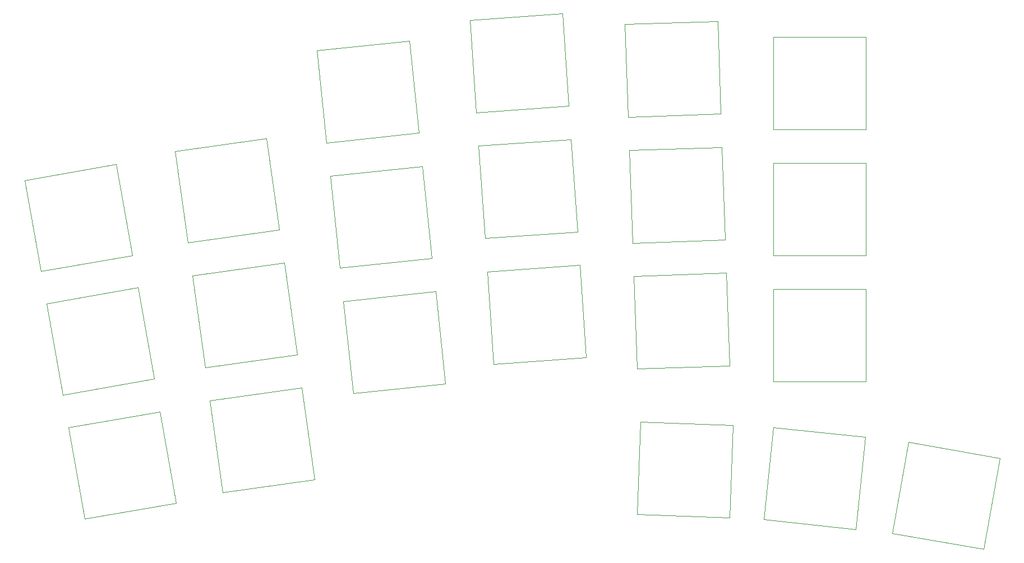
<source format=gbr>
%TF.GenerationSoftware,KiCad,Pcbnew,(6.0.0-0)*%
%TF.CreationDate,2022-01-29T19:54:48+07:00*%
%TF.ProjectId,kibod-01-mirrored,6b69626f-642d-4303-912d-6d6972726f72,rev?*%
%TF.SameCoordinates,Original*%
%TF.FileFunction,Other,ECO2*%
%FSLAX46Y46*%
G04 Gerber Fmt 4.6, Leading zero omitted, Abs format (unit mm)*
G04 Created by KiCad (PCBNEW (6.0.0-0)) date 2022-01-29 19:54:48*
%MOMM*%
%LPD*%
G01*
G04 APERTURE LIST*
%ADD10C,0.100000*%
G04 APERTURE END LIST*
D10*
%TO.C,K-0-0*%
X33039996Y-55584456D02*
X19252687Y-58015531D01*
X19252687Y-58015531D02*
X16821612Y-44228222D01*
X16821612Y-44228222D02*
X30608921Y-41797147D01*
X30608921Y-41797147D02*
X33039996Y-55584456D01*
%TO.C,K-0-1*%
X41416779Y-53683598D02*
X39468356Y-39819845D01*
X53332109Y-37871422D02*
X55280532Y-51735175D01*
X55280532Y-51735175D02*
X41416779Y-53683598D01*
X39468356Y-39819845D02*
X53332109Y-37871422D01*
%TO.C,K-0-2*%
X60941678Y-24634760D02*
X74864985Y-23171361D01*
X74864985Y-23171361D02*
X76328384Y-37094668D01*
X76328384Y-37094668D02*
X62405077Y-38558067D01*
X62405077Y-38558067D02*
X60941678Y-24634760D01*
%TO.C,K-0-3*%
X84979856Y-33989035D02*
X84003265Y-20023138D01*
X84003265Y-20023138D02*
X97969162Y-19046547D01*
X98945753Y-33012444D02*
X84979856Y-33989035D01*
X97969162Y-19046547D02*
X98945753Y-33012444D01*
%TO.C,K-0-4*%
X107921602Y-34673668D02*
X107433009Y-20682197D01*
X121424480Y-20193604D02*
X121913073Y-34185075D01*
X121913073Y-34185075D02*
X107921602Y-34673668D01*
X107433009Y-20682197D02*
X121424480Y-20193604D01*
%TO.C,K-0-5*%
X143849511Y-22586339D02*
X143849511Y-36586339D01*
X129849511Y-22586339D02*
X143849511Y-22586339D01*
X143849511Y-36586339D02*
X129849511Y-36586339D01*
X129849511Y-36586339D02*
X129849511Y-22586339D01*
%TO.C,K-1-0*%
X33916918Y-60446378D02*
X36347993Y-74233687D01*
X36347993Y-74233687D02*
X22560684Y-76664762D01*
X22560684Y-76664762D02*
X20129609Y-62877453D01*
X20129609Y-62877453D02*
X33916918Y-60446378D01*
%TO.C,K-1-1*%
X55983354Y-56736028D02*
X57931777Y-70599781D01*
X44068024Y-72548204D02*
X42119601Y-58684451D01*
X57931777Y-70599781D02*
X44068024Y-72548204D01*
X42119601Y-58684451D02*
X55983354Y-56736028D01*
%TO.C,K-1-2*%
X62932943Y-43580403D02*
X76856250Y-42117004D01*
X76856250Y-42117004D02*
X78319649Y-56040311D01*
X64396342Y-57503710D02*
X62932943Y-43580403D01*
X78319649Y-56040311D02*
X64396342Y-57503710D01*
%TO.C,K-1-3*%
X99298022Y-38050141D02*
X100274613Y-52016038D01*
X100274613Y-52016038D02*
X86308716Y-52992629D01*
X85332125Y-39026732D02*
X99298022Y-38050141D01*
X86308716Y-52992629D02*
X85332125Y-39026732D01*
%TO.C,K-1-4*%
X108586437Y-53712063D02*
X108097844Y-39720592D01*
X122089315Y-39231999D02*
X122577908Y-53223470D01*
X122577908Y-53223470D02*
X108586437Y-53712063D01*
X108097844Y-39720592D02*
X122089315Y-39231999D01*
%TO.C,K-1-5*%
X129849511Y-55636339D02*
X129849511Y-41636339D01*
X143849511Y-41636339D02*
X143849511Y-55636339D01*
X129849511Y-41636339D02*
X143849511Y-41636339D01*
X143849511Y-55636339D02*
X129849511Y-55636339D01*
%TO.C,K-2-0*%
X39655991Y-92994275D02*
X25868682Y-95425350D01*
X37224916Y-79206966D02*
X39655991Y-92994275D01*
X25868682Y-95425350D02*
X23437607Y-81638041D01*
X23437607Y-81638041D02*
X37224916Y-79206966D01*
%TO.C,K-2-1*%
X44770851Y-77549058D02*
X58634604Y-75600635D01*
X46719274Y-91412811D02*
X44770851Y-77549058D01*
X60583027Y-89464388D02*
X46719274Y-91412811D01*
X58634604Y-75600635D02*
X60583027Y-89464388D01*
%TO.C,K-2-2*%
X80310917Y-74985951D02*
X66387610Y-76449350D01*
X64924211Y-62526043D02*
X78847518Y-61062644D01*
X78847518Y-61062644D02*
X80310917Y-74985951D01*
X66387610Y-76449350D02*
X64924211Y-62526043D01*
%TO.C,K-2-3*%
X100626883Y-57053737D02*
X101603474Y-71019634D01*
X101603474Y-71019634D02*
X87637577Y-71996225D01*
X86660986Y-58030328D02*
X100626883Y-57053737D01*
X87637577Y-71996225D02*
X86660986Y-58030328D01*
%TO.C,K-2-4*%
X123242743Y-72261865D02*
X109251272Y-72750458D01*
X109251272Y-72750458D02*
X108762679Y-58758987D01*
X108762679Y-58758987D02*
X122754150Y-58270394D01*
X122754150Y-58270394D02*
X123242743Y-72261865D01*
%TO.C,K-2-5*%
X143849511Y-74686339D02*
X129849511Y-74686339D01*
X143849511Y-60686339D02*
X143849511Y-74686339D01*
X129849511Y-74686339D02*
X129849511Y-60686339D01*
X129849511Y-60686339D02*
X143849511Y-60686339D01*
%TO.C,K-3-3*%
X123770316Y-81254900D02*
X123281723Y-95246371D01*
X123281723Y-95246371D02*
X109290252Y-94757778D01*
X109778845Y-80766307D02*
X123770316Y-81254900D01*
X109290252Y-94757778D02*
X109778845Y-80766307D01*
%TO.C,K-3-4*%
X128363441Y-95506293D02*
X129826840Y-81582986D01*
X143750147Y-83046385D02*
X142286748Y-96969692D01*
X129826840Y-81582986D02*
X143750147Y-83046385D01*
X142286748Y-96969692D02*
X128363441Y-95506293D01*
%TO.C,K-3-5*%
X147790319Y-97581859D02*
X150221394Y-83794550D01*
X164008703Y-86225625D02*
X161577628Y-100012934D01*
X150221394Y-83794550D02*
X164008703Y-86225625D01*
X161577628Y-100012934D02*
X147790319Y-97581859D01*
%TD*%
M02*

</source>
